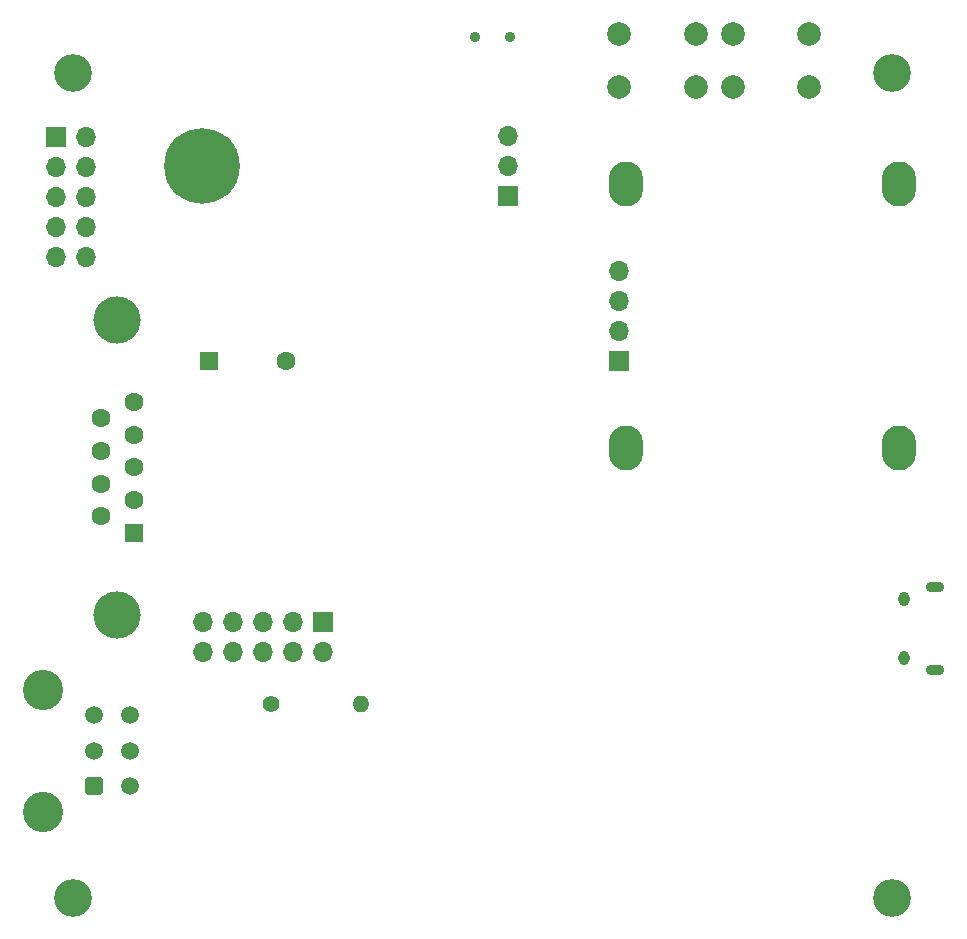
<source format=gbr>
%TF.GenerationSoftware,KiCad,Pcbnew,7.0.6*%
%TF.CreationDate,2023-12-01T23:56:47-07:00*%
%TF.ProjectId,H2 Sensor Board Lucy Rev 1,48322053-656e-4736-9f72-20426f617264,rev?*%
%TF.SameCoordinates,Original*%
%TF.FileFunction,Soldermask,Bot*%
%TF.FilePolarity,Negative*%
%FSLAX46Y46*%
G04 Gerber Fmt 4.6, Leading zero omitted, Abs format (unit mm)*
G04 Created by KiCad (PCBNEW 7.0.6) date 2023-12-01 23:56:47*
%MOMM*%
%LPD*%
G01*
G04 APERTURE LIST*
G04 Aperture macros list*
%AMRoundRect*
0 Rectangle with rounded corners*
0 $1 Rounding radius*
0 $2 $3 $4 $5 $6 $7 $8 $9 X,Y pos of 4 corners*
0 Add a 4 corners polygon primitive as box body*
4,1,4,$2,$3,$4,$5,$6,$7,$8,$9,$2,$3,0*
0 Add four circle primitives for the rounded corners*
1,1,$1+$1,$2,$3*
1,1,$1+$1,$4,$5*
1,1,$1+$1,$6,$7*
1,1,$1+$1,$8,$9*
0 Add four rect primitives between the rounded corners*
20,1,$1+$1,$2,$3,$4,$5,0*
20,1,$1+$1,$4,$5,$6,$7,0*
20,1,$1+$1,$6,$7,$8,$9,0*
20,1,$1+$1,$8,$9,$2,$3,0*%
G04 Aperture macros list end*
%ADD10RoundRect,0.250001X0.499999X-0.499999X0.499999X0.499999X-0.499999X0.499999X-0.499999X-0.499999X0*%
%ADD11C,1.500000*%
%ADD12C,3.410000*%
%ADD13C,3.200000*%
%ADD14C,4.000000*%
%ADD15R,1.600000X1.600000*%
%ADD16C,1.600000*%
%ADD17O,2.900000X3.800000*%
%ADD18R,1.700000X1.700000*%
%ADD19O,1.700000X1.700000*%
%ADD20C,2.000000*%
%ADD21C,0.900000*%
%ADD22O,1.550000X0.890000*%
%ADD23O,0.950000X1.250000*%
%ADD24C,1.400000*%
%ADD25O,1.400000X1.400000*%
%ADD26C,6.400000*%
G04 APERTURE END LIST*
D10*
%TO.C,J2*%
X94787000Y-135334000D03*
D11*
X94787000Y-132334000D03*
X94787000Y-129334000D03*
X97787000Y-135334000D03*
X97787000Y-132334000D03*
X97787000Y-129334000D03*
D12*
X90467000Y-137484000D03*
X90467000Y-127184000D03*
%TD*%
D13*
%TO.C,H3*%
X162306000Y-144780000D03*
%TD*%
D14*
%TO.C,J3*%
X96751000Y-95843000D03*
X96751000Y-120843000D03*
D15*
X98171000Y-113883000D03*
D16*
X98171000Y-111113000D03*
X98171000Y-108343000D03*
X98171000Y-105573000D03*
X98171000Y-102803000D03*
X95331000Y-112498000D03*
X95331000Y-109728000D03*
X95331000Y-106958000D03*
X95331000Y-104188000D03*
%TD*%
D13*
%TO.C,H2*%
X162306000Y-74930000D03*
%TD*%
D17*
%TO.C,J8*%
X139827000Y-106680000D03*
X162941000Y-106680000D03*
X139827000Y-84328000D03*
X162941000Y-84328000D03*
D18*
X139192000Y-99314000D03*
D19*
X139192000Y-96774000D03*
X139192000Y-94234000D03*
X139192000Y-91694000D03*
%TD*%
D20*
%TO.C,SW2*%
X148844000Y-71664000D03*
X155344000Y-71664000D03*
X148844000Y-76164000D03*
X155344000Y-76164000D03*
%TD*%
D18*
%TO.C,J4*%
X91562000Y-80391000D03*
D19*
X94102000Y-80391000D03*
X91562000Y-82931000D03*
X94102000Y-82931000D03*
X91562000Y-85471000D03*
X94102000Y-85471000D03*
X91562000Y-88011000D03*
X94102000Y-88011000D03*
X91562000Y-90551000D03*
X94102000Y-90551000D03*
%TD*%
D13*
%TO.C,H1*%
X92964000Y-74930000D03*
%TD*%
D21*
%TO.C,SW1*%
X130012000Y-71900000D03*
X127012000Y-71900000D03*
%TD*%
D20*
%TO.C,SW3*%
X139244000Y-71664000D03*
X145744000Y-71664000D03*
X139244000Y-76164000D03*
X145744000Y-76164000D03*
%TD*%
D13*
%TO.C,H4*%
X93000000Y-144780000D03*
%TD*%
D15*
%TO.C,BZ1*%
X104498000Y-99314000D03*
D16*
X110998000Y-99314000D03*
%TD*%
D22*
%TO.C,J6*%
X166015000Y-125465000D03*
D23*
X163315000Y-124465000D03*
X163315000Y-119465000D03*
D22*
X166015000Y-118465000D03*
%TD*%
D24*
%TO.C,R20*%
X109728000Y-128397000D03*
D25*
X117348000Y-128397000D03*
%TD*%
D18*
%TO.C,J5*%
X114173000Y-121412000D03*
D19*
X114173000Y-123952000D03*
X111633000Y-121412000D03*
X111633000Y-123952000D03*
X109093000Y-121412000D03*
X109093000Y-123952000D03*
X106553000Y-121412000D03*
X106553000Y-123952000D03*
X104013000Y-121412000D03*
X104013000Y-123952000D03*
%TD*%
D26*
%TO.C,U10*%
X103886000Y-82804000D03*
D18*
X129794000Y-85344000D03*
D19*
X129794000Y-82804000D03*
X129794000Y-80264000D03*
%TD*%
M02*

</source>
